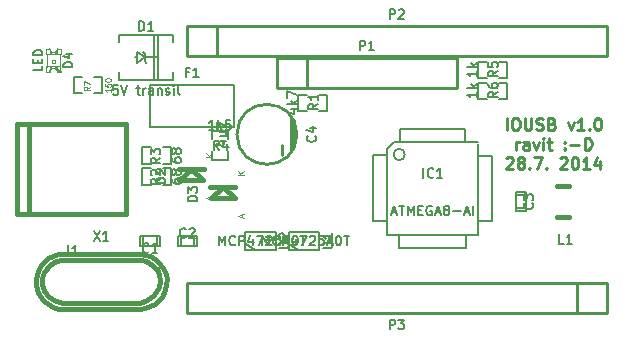
<source format=gto>
%FSLAX34Y34*%
G04 Gerber Fmt 3.4, Leading zero omitted, Abs format*
G04 (created by PCBNEW (2014-03-19 BZR 4756)-product) date Čt 31. červenec 2014, 15:28:38 CEST*
%MOIN*%
G01*
G70*
G90*
G04 APERTURE LIST*
%ADD10C,0.005906*%
%ADD11C,0.009843*%
%ADD12C,0.015000*%
%ADD13C,0.005000*%
%ADD14C,0.010000*%
%ADD15C,0.006000*%
%ADD16C,0.002600*%
%ADD17C,0.004000*%
%ADD18C,0.002000*%
%ADD19C,0.003900*%
%ADD20C,0.004500*%
G04 APERTURE END LIST*
G54D10*
G54D11*
X63027Y-35589D02*
X63027Y-35195D01*
X63289Y-35195D02*
X63364Y-35195D01*
X63402Y-35214D01*
X63439Y-35252D01*
X63458Y-35327D01*
X63458Y-35458D01*
X63439Y-35533D01*
X63402Y-35570D01*
X63364Y-35589D01*
X63289Y-35589D01*
X63252Y-35570D01*
X63214Y-35533D01*
X63196Y-35458D01*
X63196Y-35327D01*
X63214Y-35252D01*
X63252Y-35214D01*
X63289Y-35195D01*
X63627Y-35195D02*
X63627Y-35514D01*
X63646Y-35552D01*
X63664Y-35570D01*
X63702Y-35589D01*
X63777Y-35589D01*
X63814Y-35570D01*
X63833Y-35552D01*
X63852Y-35514D01*
X63852Y-35195D01*
X64021Y-35570D02*
X64077Y-35589D01*
X64171Y-35589D01*
X64208Y-35570D01*
X64227Y-35552D01*
X64246Y-35514D01*
X64246Y-35477D01*
X64227Y-35439D01*
X64208Y-35420D01*
X64171Y-35402D01*
X64096Y-35383D01*
X64058Y-35364D01*
X64039Y-35345D01*
X64021Y-35308D01*
X64021Y-35270D01*
X64039Y-35233D01*
X64058Y-35214D01*
X64096Y-35195D01*
X64189Y-35195D01*
X64246Y-35214D01*
X64546Y-35383D02*
X64602Y-35402D01*
X64621Y-35420D01*
X64639Y-35458D01*
X64639Y-35514D01*
X64621Y-35552D01*
X64602Y-35570D01*
X64564Y-35589D01*
X64414Y-35589D01*
X64414Y-35195D01*
X64546Y-35195D01*
X64583Y-35214D01*
X64602Y-35233D01*
X64621Y-35270D01*
X64621Y-35308D01*
X64602Y-35345D01*
X64583Y-35364D01*
X64546Y-35383D01*
X64414Y-35383D01*
X65070Y-35327D02*
X65164Y-35589D01*
X65258Y-35327D01*
X65614Y-35589D02*
X65389Y-35589D01*
X65502Y-35589D02*
X65502Y-35195D01*
X65464Y-35252D01*
X65427Y-35289D01*
X65389Y-35308D01*
X65783Y-35552D02*
X65802Y-35570D01*
X65783Y-35589D01*
X65764Y-35570D01*
X65783Y-35552D01*
X65783Y-35589D01*
X66045Y-35195D02*
X66083Y-35195D01*
X66120Y-35214D01*
X66139Y-35233D01*
X66158Y-35270D01*
X66177Y-35345D01*
X66177Y-35439D01*
X66158Y-35514D01*
X66139Y-35552D01*
X66120Y-35570D01*
X66083Y-35589D01*
X66045Y-35589D01*
X66008Y-35570D01*
X65989Y-35552D01*
X65970Y-35514D01*
X65952Y-35439D01*
X65952Y-35345D01*
X65970Y-35270D01*
X65989Y-35233D01*
X66008Y-35214D01*
X66045Y-35195D01*
X63346Y-36239D02*
X63346Y-35976D01*
X63346Y-36051D02*
X63364Y-36014D01*
X63383Y-35995D01*
X63421Y-35976D01*
X63458Y-35976D01*
X63758Y-36239D02*
X63758Y-36032D01*
X63739Y-35995D01*
X63702Y-35976D01*
X63627Y-35976D01*
X63589Y-35995D01*
X63758Y-36220D02*
X63721Y-36239D01*
X63627Y-36239D01*
X63589Y-36220D01*
X63571Y-36182D01*
X63571Y-36145D01*
X63589Y-36107D01*
X63627Y-36089D01*
X63721Y-36089D01*
X63758Y-36070D01*
X63908Y-35976D02*
X64002Y-36239D01*
X64096Y-35976D01*
X64246Y-36239D02*
X64246Y-35976D01*
X64246Y-35845D02*
X64227Y-35864D01*
X64246Y-35882D01*
X64264Y-35864D01*
X64246Y-35845D01*
X64246Y-35882D01*
X64377Y-35976D02*
X64527Y-35976D01*
X64433Y-35845D02*
X64433Y-36182D01*
X64452Y-36220D01*
X64489Y-36239D01*
X64527Y-36239D01*
X64958Y-36201D02*
X64977Y-36220D01*
X64958Y-36239D01*
X64939Y-36220D01*
X64958Y-36201D01*
X64958Y-36239D01*
X64958Y-35995D02*
X64977Y-36014D01*
X64958Y-36032D01*
X64939Y-36014D01*
X64958Y-35995D01*
X64958Y-36032D01*
X65145Y-36089D02*
X65445Y-36089D01*
X65633Y-36239D02*
X65633Y-35845D01*
X65727Y-35845D01*
X65783Y-35864D01*
X65820Y-35901D01*
X65839Y-35939D01*
X65858Y-36014D01*
X65858Y-36070D01*
X65839Y-36145D01*
X65820Y-36182D01*
X65783Y-36220D01*
X65727Y-36239D01*
X65633Y-36239D01*
X63018Y-36532D02*
X63036Y-36513D01*
X63074Y-36495D01*
X63168Y-36495D01*
X63205Y-36513D01*
X63224Y-36532D01*
X63243Y-36570D01*
X63243Y-36607D01*
X63224Y-36663D01*
X62999Y-36888D01*
X63243Y-36888D01*
X63468Y-36663D02*
X63430Y-36645D01*
X63411Y-36626D01*
X63393Y-36588D01*
X63393Y-36570D01*
X63411Y-36532D01*
X63430Y-36513D01*
X63468Y-36495D01*
X63543Y-36495D01*
X63580Y-36513D01*
X63599Y-36532D01*
X63618Y-36570D01*
X63618Y-36588D01*
X63599Y-36626D01*
X63580Y-36645D01*
X63543Y-36663D01*
X63468Y-36663D01*
X63430Y-36682D01*
X63411Y-36701D01*
X63393Y-36738D01*
X63393Y-36813D01*
X63411Y-36851D01*
X63430Y-36869D01*
X63468Y-36888D01*
X63543Y-36888D01*
X63580Y-36869D01*
X63599Y-36851D01*
X63618Y-36813D01*
X63618Y-36738D01*
X63599Y-36701D01*
X63580Y-36682D01*
X63543Y-36663D01*
X63786Y-36851D02*
X63805Y-36869D01*
X63786Y-36888D01*
X63768Y-36869D01*
X63786Y-36851D01*
X63786Y-36888D01*
X63936Y-36495D02*
X64199Y-36495D01*
X64030Y-36888D01*
X64349Y-36851D02*
X64367Y-36869D01*
X64349Y-36888D01*
X64330Y-36869D01*
X64349Y-36851D01*
X64349Y-36888D01*
X64817Y-36532D02*
X64836Y-36513D01*
X64874Y-36495D01*
X64967Y-36495D01*
X65005Y-36513D01*
X65024Y-36532D01*
X65042Y-36570D01*
X65042Y-36607D01*
X65024Y-36663D01*
X64799Y-36888D01*
X65042Y-36888D01*
X65286Y-36495D02*
X65324Y-36495D01*
X65361Y-36513D01*
X65380Y-36532D01*
X65399Y-36570D01*
X65417Y-36645D01*
X65417Y-36738D01*
X65399Y-36813D01*
X65380Y-36851D01*
X65361Y-36869D01*
X65324Y-36888D01*
X65286Y-36888D01*
X65249Y-36869D01*
X65230Y-36851D01*
X65211Y-36813D01*
X65192Y-36738D01*
X65192Y-36645D01*
X65211Y-36570D01*
X65230Y-36532D01*
X65249Y-36513D01*
X65286Y-36495D01*
X65792Y-36888D02*
X65567Y-36888D01*
X65680Y-36888D02*
X65680Y-36495D01*
X65642Y-36551D01*
X65605Y-36588D01*
X65567Y-36607D01*
X66130Y-36626D02*
X66130Y-36888D01*
X66036Y-36476D02*
X65942Y-36757D01*
X66186Y-36757D01*
G54D12*
X47105Y-35372D02*
X47105Y-38404D01*
X46711Y-35372D02*
X46711Y-38404D01*
X46711Y-38404D02*
X50333Y-38404D01*
X50333Y-38404D02*
X50333Y-35372D01*
X50333Y-35372D02*
X46711Y-35372D01*
G54D13*
X50919Y-39121D02*
X50919Y-39441D01*
X51359Y-39431D02*
X51359Y-39121D01*
X51459Y-39441D02*
X50819Y-39441D01*
X50819Y-39441D02*
X50819Y-39121D01*
X50819Y-39121D02*
X51459Y-39121D01*
X51459Y-39121D02*
X51459Y-39441D01*
X52609Y-39441D02*
X52609Y-39121D01*
X52169Y-39131D02*
X52169Y-39441D01*
X52069Y-39121D02*
X52709Y-39121D01*
X52709Y-39121D02*
X52709Y-39441D01*
X52709Y-39441D02*
X52069Y-39441D01*
X52069Y-39441D02*
X52069Y-39121D01*
X63354Y-38201D02*
X63674Y-38201D01*
X63664Y-37761D02*
X63354Y-37761D01*
X63674Y-37661D02*
X63674Y-38301D01*
X63674Y-38301D02*
X63354Y-38301D01*
X63354Y-38301D02*
X63354Y-37661D01*
X63354Y-37661D02*
X63674Y-37661D01*
G54D14*
X55539Y-36081D02*
X55539Y-36431D01*
X55939Y-36131D02*
X55939Y-35331D01*
X55939Y-35331D02*
X55889Y-35331D01*
X55889Y-35331D02*
X55889Y-36131D01*
X55839Y-35131D02*
X55839Y-36331D01*
X56039Y-35731D02*
G75*
G03X56039Y-35731I-1000J0D01*
G74*
G01*
G54D10*
X51145Y-34081D02*
X53945Y-34081D01*
X53945Y-34081D02*
X53945Y-35481D01*
X53945Y-35481D02*
X51145Y-35481D01*
X51145Y-35481D02*
X51145Y-34081D01*
G54D15*
X62544Y-38621D02*
X62094Y-38621D01*
X62544Y-36441D02*
X62104Y-36441D01*
X62544Y-38621D02*
X62544Y-36441D01*
X61664Y-39091D02*
X61664Y-39521D01*
X59454Y-39101D02*
X59454Y-39521D01*
X59444Y-39521D02*
X61664Y-39531D01*
X59464Y-35551D02*
X61634Y-35541D01*
X59034Y-36241D02*
X59034Y-39071D01*
X61644Y-35551D02*
X61644Y-35961D01*
X59284Y-36001D02*
X62064Y-36001D01*
X62084Y-39081D02*
X62084Y-36041D01*
X59034Y-39081D02*
X62034Y-39081D01*
X58584Y-36411D02*
X58584Y-38631D01*
X58584Y-38631D02*
X59034Y-38631D01*
X59038Y-36231D02*
X59268Y-36001D01*
X58586Y-36411D02*
X59038Y-36411D01*
X59464Y-36001D02*
X59464Y-35549D01*
X59635Y-36405D02*
G75*
G03X59635Y-36405I-188J0D01*
G74*
G01*
G54D12*
X64717Y-37469D02*
X65111Y-37469D01*
X64717Y-38493D02*
X65111Y-38493D01*
G54D13*
X56367Y-34406D02*
X56089Y-34406D01*
X56089Y-34406D02*
X56089Y-34956D01*
X56089Y-34956D02*
X56367Y-34956D01*
X57039Y-34406D02*
X56761Y-34406D01*
X57039Y-34406D02*
X57039Y-34956D01*
X57039Y-34956D02*
X56761Y-34956D01*
X51561Y-37406D02*
X51839Y-37406D01*
X51839Y-37406D02*
X51839Y-36856D01*
X51839Y-36856D02*
X51561Y-36856D01*
X50889Y-37406D02*
X51167Y-37406D01*
X50889Y-37406D02*
X50889Y-36856D01*
X50889Y-36856D02*
X51167Y-36856D01*
X51561Y-36706D02*
X51839Y-36706D01*
X51839Y-36706D02*
X51839Y-36156D01*
X51839Y-36156D02*
X51561Y-36156D01*
X50889Y-36706D02*
X51167Y-36706D01*
X50889Y-36706D02*
X50889Y-36156D01*
X50889Y-36156D02*
X51167Y-36156D01*
X53745Y-35903D02*
X53745Y-35625D01*
X53745Y-35625D02*
X53195Y-35625D01*
X53195Y-35625D02*
X53195Y-35903D01*
X53745Y-36575D02*
X53745Y-36297D01*
X53745Y-36575D02*
X53195Y-36575D01*
X53195Y-36575D02*
X53195Y-36297D01*
X62367Y-33306D02*
X62089Y-33306D01*
X62089Y-33306D02*
X62089Y-33856D01*
X62089Y-33856D02*
X62367Y-33856D01*
X63039Y-33306D02*
X62761Y-33306D01*
X63039Y-33306D02*
X63039Y-33856D01*
X63039Y-33856D02*
X62761Y-33856D01*
X62367Y-34006D02*
X62089Y-34006D01*
X62089Y-34006D02*
X62089Y-34556D01*
X62089Y-34556D02*
X62367Y-34556D01*
X63039Y-34006D02*
X62761Y-34006D01*
X63039Y-34006D02*
X63039Y-34556D01*
X63039Y-34556D02*
X62761Y-34556D01*
X56089Y-39581D02*
X55789Y-39381D01*
X56789Y-39581D02*
X55764Y-39581D01*
X55764Y-39581D02*
X55764Y-38981D01*
X55764Y-38981D02*
X56789Y-38981D01*
X56789Y-38981D02*
X56789Y-39581D01*
X54639Y-39581D02*
X54339Y-39381D01*
X55339Y-39581D02*
X54314Y-39581D01*
X54314Y-39581D02*
X54314Y-38981D01*
X54314Y-38981D02*
X55339Y-38981D01*
X55339Y-38981D02*
X55339Y-39581D01*
G54D12*
X51364Y-40237D02*
X51443Y-40395D01*
X51443Y-40395D02*
X51483Y-40631D01*
X51483Y-40631D02*
X51443Y-40828D01*
X51443Y-40828D02*
X51286Y-41103D01*
X51286Y-41103D02*
X51049Y-41261D01*
X51049Y-41261D02*
X50813Y-41340D01*
X50813Y-41340D02*
X48215Y-41340D01*
X48215Y-41340D02*
X47939Y-41261D01*
X47939Y-41261D02*
X47782Y-41143D01*
X47782Y-41143D02*
X47624Y-40946D01*
X47624Y-40946D02*
X47545Y-40710D01*
X47545Y-40710D02*
X47545Y-40513D01*
X47545Y-40513D02*
X47624Y-40316D01*
X47624Y-40316D02*
X47821Y-40080D01*
X47821Y-40080D02*
X48018Y-39962D01*
X48018Y-39962D02*
X48215Y-39922D01*
X48254Y-39922D02*
X50853Y-39922D01*
X50853Y-39922D02*
X51010Y-39962D01*
X51010Y-39962D02*
X51207Y-40080D01*
X51207Y-40080D02*
X51404Y-40277D01*
X48258Y-39714D02*
X48077Y-39733D01*
X48077Y-39733D02*
X47920Y-39777D01*
X47920Y-39777D02*
X47750Y-39863D01*
X47750Y-39863D02*
X47636Y-39954D01*
X47636Y-39954D02*
X47506Y-40092D01*
X47506Y-40092D02*
X47392Y-40304D01*
X47392Y-40304D02*
X47341Y-40540D01*
X47341Y-40540D02*
X47341Y-40741D01*
X47341Y-40741D02*
X47408Y-41017D01*
X47408Y-41017D02*
X47565Y-41249D01*
X47565Y-41249D02*
X47746Y-41395D01*
X47746Y-41395D02*
X47912Y-41477D01*
X47912Y-41477D02*
X48089Y-41540D01*
X48089Y-41540D02*
X48262Y-41552D01*
X51152Y-41466D02*
X51301Y-41379D01*
X51301Y-41379D02*
X51427Y-41269D01*
X51427Y-41269D02*
X51526Y-41139D01*
X51526Y-41139D02*
X51644Y-40922D01*
X51644Y-40922D02*
X51687Y-40737D01*
X51687Y-40737D02*
X51695Y-40556D01*
X51695Y-40556D02*
X51660Y-40375D01*
X51660Y-40375D02*
X51585Y-40198D01*
X51585Y-40198D02*
X51443Y-40013D01*
X51443Y-40013D02*
X51305Y-39887D01*
X51305Y-39887D02*
X51152Y-39796D01*
X51152Y-39796D02*
X50983Y-39741D01*
X50983Y-39741D02*
X50809Y-39714D01*
X48254Y-41548D02*
X50794Y-41548D01*
X50794Y-41548D02*
X50959Y-41533D01*
X50959Y-41533D02*
X51152Y-41466D01*
X48254Y-39714D02*
X50794Y-39714D01*
X52534Y-36875D02*
X52120Y-37269D01*
X52120Y-37269D02*
X52908Y-37269D01*
X52908Y-37269D02*
X52514Y-36875D01*
X52101Y-36875D02*
X52927Y-36875D01*
G54D13*
X50710Y-33167D02*
X50630Y-33167D01*
X50110Y-32417D02*
X51910Y-32417D01*
X51910Y-32417D02*
X51910Y-32667D01*
X51270Y-33917D02*
X51270Y-32417D01*
X51400Y-33917D02*
X51400Y-32417D01*
X50110Y-33667D02*
X50110Y-33917D01*
X50110Y-33917D02*
X51910Y-33917D01*
X51910Y-33917D02*
X51910Y-33667D01*
X50110Y-32667D02*
X50110Y-32417D01*
X50960Y-33167D02*
X50710Y-32980D01*
X50710Y-32980D02*
X50710Y-33167D01*
X50710Y-33167D02*
X50710Y-33354D01*
X50710Y-33354D02*
X50960Y-33167D01*
X50960Y-33167D02*
X50960Y-33042D01*
X50960Y-33042D02*
X50898Y-32980D01*
X50960Y-33167D02*
X50960Y-33292D01*
X50960Y-33292D02*
X51022Y-33354D01*
X50960Y-33167D02*
X51397Y-33167D01*
G54D12*
X53584Y-37475D02*
X53170Y-37869D01*
X53170Y-37869D02*
X53958Y-37869D01*
X53958Y-37869D02*
X53564Y-37475D01*
X53151Y-37475D02*
X53977Y-37475D01*
G54D14*
X56364Y-33181D02*
X61364Y-33181D01*
X61364Y-33181D02*
X61364Y-34181D01*
X61364Y-34181D02*
X56364Y-34181D01*
X55364Y-33181D02*
X56364Y-33181D01*
X56364Y-33181D02*
X56364Y-34181D01*
X55364Y-33181D02*
X55364Y-34181D01*
X55364Y-34181D02*
X56364Y-34181D01*
X53364Y-33131D02*
X66364Y-33131D01*
X66364Y-33131D02*
X66364Y-32131D01*
X66364Y-32131D02*
X53364Y-32131D01*
X52364Y-32131D02*
X53364Y-32131D01*
X53364Y-32131D02*
X53364Y-33131D01*
X52364Y-32131D02*
X52364Y-33131D01*
X52364Y-33131D02*
X53364Y-33131D01*
X65364Y-40681D02*
X52364Y-40681D01*
X52364Y-40681D02*
X52364Y-41681D01*
X52364Y-41681D02*
X65364Y-41681D01*
X66364Y-41681D02*
X65364Y-41681D01*
X65364Y-41681D02*
X65364Y-40681D01*
X66364Y-41681D02*
X66364Y-40681D01*
X66364Y-40681D02*
X65364Y-40681D01*
G54D16*
X47801Y-33461D02*
X47673Y-33461D01*
X47673Y-33461D02*
X47673Y-33658D01*
X47801Y-33658D02*
X47673Y-33658D01*
X47801Y-33461D02*
X47801Y-33658D01*
X48046Y-33461D02*
X47987Y-33461D01*
X47987Y-33461D02*
X47987Y-33560D01*
X48046Y-33560D02*
X47987Y-33560D01*
X48046Y-33461D02*
X48046Y-33560D01*
X47851Y-33461D02*
X47792Y-33461D01*
X47792Y-33461D02*
X47792Y-33560D01*
X47851Y-33560D02*
X47792Y-33560D01*
X47851Y-33461D02*
X47851Y-33560D01*
X47997Y-33461D02*
X47841Y-33461D01*
X47841Y-33461D02*
X47841Y-33530D01*
X47997Y-33530D02*
X47841Y-33530D01*
X47997Y-33461D02*
X47997Y-33530D01*
X47801Y-32872D02*
X47673Y-32872D01*
X47673Y-32872D02*
X47673Y-33069D01*
X47801Y-33069D02*
X47673Y-33069D01*
X47801Y-32872D02*
X47801Y-33069D01*
X48165Y-32872D02*
X48037Y-32872D01*
X48037Y-32872D02*
X48037Y-33069D01*
X48165Y-33069D02*
X48037Y-33069D01*
X48165Y-32872D02*
X48165Y-33069D01*
X47851Y-32970D02*
X47792Y-32970D01*
X47792Y-32970D02*
X47792Y-33069D01*
X47851Y-33069D02*
X47792Y-33069D01*
X47851Y-32970D02*
X47851Y-33069D01*
X48046Y-32970D02*
X47987Y-32970D01*
X47987Y-32970D02*
X47987Y-33069D01*
X48046Y-33069D02*
X47987Y-33069D01*
X48046Y-32970D02*
X48046Y-33069D01*
X47997Y-33000D02*
X47841Y-33000D01*
X47841Y-33000D02*
X47841Y-33069D01*
X47997Y-33069D02*
X47841Y-33069D01*
X47997Y-33000D02*
X47997Y-33069D01*
X47958Y-33265D02*
X47880Y-33265D01*
X47880Y-33265D02*
X47880Y-33343D01*
X47958Y-33343D02*
X47880Y-33343D01*
X47958Y-33265D02*
X47958Y-33343D01*
X48155Y-33461D02*
X48037Y-33461D01*
X48037Y-33461D02*
X48037Y-33579D01*
X48155Y-33579D02*
X48037Y-33579D01*
X48155Y-33461D02*
X48155Y-33579D01*
X48165Y-33629D02*
X48076Y-33629D01*
X48076Y-33629D02*
X48076Y-33658D01*
X48165Y-33658D02*
X48076Y-33658D01*
X48165Y-33629D02*
X48165Y-33658D01*
G54D17*
X47693Y-33471D02*
X47693Y-33059D01*
X48145Y-33069D02*
X48145Y-33629D01*
G54D18*
X48124Y-33599D02*
G75*
G03X48124Y-33599I-28J0D01*
G74*
G01*
G54D17*
X48056Y-33658D02*
G75*
G03X47782Y-33658I-137J0D01*
G74*
G01*
X47782Y-32872D02*
G75*
G03X48056Y-32872I137J0D01*
G74*
G01*
G54D13*
X49278Y-34367D02*
X49556Y-34367D01*
X49556Y-34367D02*
X49556Y-33817D01*
X49556Y-33817D02*
X49278Y-33817D01*
X48606Y-34367D02*
X48884Y-34367D01*
X48606Y-34367D02*
X48606Y-33817D01*
X48606Y-33817D02*
X48884Y-33817D01*
G54D10*
X48417Y-39432D02*
X48417Y-39657D01*
X48402Y-39702D01*
X48372Y-39732D01*
X48327Y-39747D01*
X48297Y-39747D01*
X48732Y-39747D02*
X48552Y-39747D01*
X48642Y-39747D02*
X48642Y-39432D01*
X48612Y-39477D01*
X48582Y-39507D01*
X48552Y-39522D01*
X51087Y-39643D02*
X51072Y-39658D01*
X51027Y-39673D01*
X50997Y-39673D01*
X50952Y-39658D01*
X50922Y-39628D01*
X50907Y-39598D01*
X50892Y-39538D01*
X50892Y-39494D01*
X50907Y-39434D01*
X50922Y-39404D01*
X50952Y-39374D01*
X50997Y-39359D01*
X51027Y-39359D01*
X51072Y-39374D01*
X51087Y-39389D01*
X51387Y-39673D02*
X51207Y-39673D01*
X51297Y-39673D02*
X51297Y-39359D01*
X51267Y-39404D01*
X51237Y-39434D01*
X51207Y-39449D01*
X52337Y-39143D02*
X52322Y-39158D01*
X52277Y-39173D01*
X52247Y-39173D01*
X52202Y-39158D01*
X52172Y-39128D01*
X52157Y-39098D01*
X52142Y-39038D01*
X52142Y-38994D01*
X52157Y-38934D01*
X52172Y-38904D01*
X52202Y-38874D01*
X52247Y-38859D01*
X52277Y-38859D01*
X52322Y-38874D01*
X52337Y-38889D01*
X52457Y-38889D02*
X52472Y-38874D01*
X52502Y-38859D01*
X52577Y-38859D01*
X52607Y-38874D01*
X52622Y-38889D01*
X52637Y-38919D01*
X52637Y-38949D01*
X52622Y-38994D01*
X52442Y-39173D01*
X52637Y-39173D01*
X63877Y-38033D02*
X63892Y-38048D01*
X63907Y-38093D01*
X63907Y-38123D01*
X63892Y-38168D01*
X63862Y-38198D01*
X63832Y-38213D01*
X63772Y-38228D01*
X63727Y-38228D01*
X63667Y-38213D01*
X63637Y-38198D01*
X63607Y-38168D01*
X63592Y-38123D01*
X63592Y-38093D01*
X63607Y-38048D01*
X63622Y-38033D01*
X63592Y-37929D02*
X63592Y-37734D01*
X63712Y-37839D01*
X63712Y-37794D01*
X63727Y-37764D01*
X63742Y-37749D01*
X63772Y-37734D01*
X63847Y-37734D01*
X63877Y-37749D01*
X63892Y-37764D01*
X63907Y-37794D01*
X63907Y-37884D01*
X63892Y-37914D01*
X63877Y-37929D01*
X56652Y-35783D02*
X56667Y-35798D01*
X56682Y-35843D01*
X56682Y-35873D01*
X56667Y-35918D01*
X56637Y-35948D01*
X56607Y-35963D01*
X56547Y-35978D01*
X56502Y-35978D01*
X56442Y-35963D01*
X56412Y-35948D01*
X56382Y-35918D01*
X56367Y-35873D01*
X56367Y-35843D01*
X56382Y-35798D01*
X56397Y-35783D01*
X56472Y-35514D02*
X56682Y-35514D01*
X56352Y-35589D02*
X56577Y-35664D01*
X56577Y-35469D01*
X53472Y-35963D02*
X53682Y-35963D01*
X53352Y-36038D02*
X53577Y-36113D01*
X53577Y-35918D01*
X53472Y-35664D02*
X53682Y-35664D01*
X53472Y-35798D02*
X53637Y-35798D01*
X53667Y-35783D01*
X53682Y-35753D01*
X53682Y-35708D01*
X53667Y-35679D01*
X53652Y-35664D01*
X53367Y-35544D02*
X53367Y-35334D01*
X53682Y-35469D01*
X52440Y-33658D02*
X52335Y-33658D01*
X52335Y-33823D02*
X52335Y-33509D01*
X52485Y-33509D01*
X52770Y-33823D02*
X52590Y-33823D01*
X52680Y-33823D02*
X52680Y-33509D01*
X52650Y-33554D01*
X52620Y-33584D01*
X52590Y-33599D01*
X60257Y-37173D02*
X60257Y-36859D01*
X60587Y-37143D02*
X60572Y-37158D01*
X60527Y-37173D01*
X60497Y-37173D01*
X60452Y-37158D01*
X60422Y-37128D01*
X60407Y-37098D01*
X60392Y-37038D01*
X60392Y-36994D01*
X60407Y-36934D01*
X60422Y-36904D01*
X60452Y-36874D01*
X60497Y-36859D01*
X60527Y-36859D01*
X60572Y-36874D01*
X60587Y-36889D01*
X60887Y-37173D02*
X60707Y-37173D01*
X60797Y-37173D02*
X60797Y-36859D01*
X60767Y-36904D01*
X60737Y-36934D01*
X60707Y-36949D01*
X59200Y-38333D02*
X59350Y-38333D01*
X59170Y-38423D02*
X59275Y-38109D01*
X59380Y-38423D01*
X59440Y-38109D02*
X59620Y-38109D01*
X59530Y-38423D02*
X59530Y-38109D01*
X59725Y-38423D02*
X59725Y-38109D01*
X59830Y-38333D01*
X59935Y-38109D01*
X59935Y-38423D01*
X60085Y-38258D02*
X60190Y-38258D01*
X60235Y-38423D02*
X60085Y-38423D01*
X60085Y-38109D01*
X60235Y-38109D01*
X60534Y-38124D02*
X60504Y-38109D01*
X60459Y-38109D01*
X60414Y-38124D01*
X60384Y-38154D01*
X60369Y-38184D01*
X60354Y-38244D01*
X60354Y-38288D01*
X60369Y-38348D01*
X60384Y-38378D01*
X60414Y-38408D01*
X60459Y-38423D01*
X60489Y-38423D01*
X60534Y-38408D01*
X60549Y-38393D01*
X60549Y-38288D01*
X60489Y-38288D01*
X60669Y-38333D02*
X60819Y-38333D01*
X60639Y-38423D02*
X60744Y-38109D01*
X60849Y-38423D01*
X60999Y-38244D02*
X60969Y-38229D01*
X60954Y-38214D01*
X60939Y-38184D01*
X60939Y-38169D01*
X60954Y-38139D01*
X60969Y-38124D01*
X60999Y-38109D01*
X61059Y-38109D01*
X61089Y-38124D01*
X61104Y-38139D01*
X61119Y-38169D01*
X61119Y-38184D01*
X61104Y-38214D01*
X61089Y-38229D01*
X61059Y-38244D01*
X60999Y-38244D01*
X60969Y-38258D01*
X60954Y-38273D01*
X60939Y-38303D01*
X60939Y-38363D01*
X60954Y-38393D01*
X60969Y-38408D01*
X60999Y-38423D01*
X61059Y-38423D01*
X61089Y-38408D01*
X61104Y-38393D01*
X61119Y-38363D01*
X61119Y-38303D01*
X61104Y-38273D01*
X61089Y-38258D01*
X61059Y-38244D01*
X61254Y-38303D02*
X61494Y-38303D01*
X61629Y-38333D02*
X61779Y-38333D01*
X61599Y-38423D02*
X61704Y-38109D01*
X61809Y-38423D01*
X61914Y-38423D02*
X61914Y-38109D01*
X64941Y-39383D02*
X64791Y-39383D01*
X64791Y-39069D01*
X65211Y-39383D02*
X65031Y-39383D01*
X65121Y-39383D02*
X65121Y-39069D01*
X65091Y-39114D01*
X65061Y-39144D01*
X65031Y-39159D01*
X56732Y-34708D02*
X56582Y-34813D01*
X56732Y-34888D02*
X56417Y-34888D01*
X56417Y-34768D01*
X56432Y-34738D01*
X56447Y-34723D01*
X56477Y-34708D01*
X56522Y-34708D01*
X56552Y-34723D01*
X56567Y-34738D01*
X56582Y-34768D01*
X56582Y-34888D01*
X56732Y-34409D02*
X56732Y-34589D01*
X56732Y-34499D02*
X56417Y-34499D01*
X56462Y-34529D01*
X56492Y-34559D01*
X56507Y-34589D01*
X55828Y-34898D02*
X56038Y-34898D01*
X55708Y-34973D02*
X55933Y-35048D01*
X55933Y-34853D01*
X56038Y-34733D02*
X55723Y-34733D01*
X55918Y-34703D02*
X56038Y-34614D01*
X55828Y-34614D02*
X55948Y-34733D01*
X55723Y-34509D02*
X55723Y-34299D01*
X56038Y-34434D01*
X51482Y-37208D02*
X51332Y-37313D01*
X51482Y-37388D02*
X51167Y-37388D01*
X51167Y-37268D01*
X51182Y-37238D01*
X51197Y-37223D01*
X51227Y-37208D01*
X51272Y-37208D01*
X51302Y-37223D01*
X51317Y-37238D01*
X51332Y-37268D01*
X51332Y-37388D01*
X51197Y-37089D02*
X51182Y-37074D01*
X51167Y-37044D01*
X51167Y-36969D01*
X51182Y-36939D01*
X51197Y-36924D01*
X51227Y-36909D01*
X51257Y-36909D01*
X51302Y-36924D01*
X51482Y-37104D01*
X51482Y-36909D01*
X51861Y-37221D02*
X51861Y-37281D01*
X51876Y-37311D01*
X51891Y-37326D01*
X51936Y-37356D01*
X51996Y-37371D01*
X52116Y-37371D01*
X52146Y-37356D01*
X52161Y-37341D01*
X52176Y-37311D01*
X52176Y-37251D01*
X52161Y-37221D01*
X52146Y-37206D01*
X52116Y-37191D01*
X52041Y-37191D01*
X52011Y-37206D01*
X51996Y-37221D01*
X51981Y-37251D01*
X51981Y-37311D01*
X51996Y-37341D01*
X52011Y-37356D01*
X52041Y-37371D01*
X51996Y-37011D02*
X51981Y-37041D01*
X51966Y-37056D01*
X51936Y-37071D01*
X51921Y-37071D01*
X51891Y-37056D01*
X51876Y-37041D01*
X51861Y-37011D01*
X51861Y-36951D01*
X51876Y-36921D01*
X51891Y-36906D01*
X51921Y-36891D01*
X51936Y-36891D01*
X51966Y-36906D01*
X51981Y-36921D01*
X51996Y-36951D01*
X51996Y-37011D01*
X52011Y-37041D01*
X52026Y-37056D01*
X52056Y-37071D01*
X52116Y-37071D01*
X52146Y-37056D01*
X52161Y-37041D01*
X52176Y-37011D01*
X52176Y-36951D01*
X52161Y-36921D01*
X52146Y-36906D01*
X52116Y-36891D01*
X52056Y-36891D01*
X52026Y-36906D01*
X52011Y-36921D01*
X51996Y-36951D01*
X51482Y-36508D02*
X51332Y-36613D01*
X51482Y-36688D02*
X51167Y-36688D01*
X51167Y-36568D01*
X51182Y-36538D01*
X51197Y-36523D01*
X51227Y-36508D01*
X51272Y-36508D01*
X51302Y-36523D01*
X51317Y-36538D01*
X51332Y-36568D01*
X51332Y-36688D01*
X51167Y-36404D02*
X51167Y-36209D01*
X51287Y-36314D01*
X51287Y-36269D01*
X51302Y-36239D01*
X51317Y-36224D01*
X51347Y-36209D01*
X51422Y-36209D01*
X51452Y-36224D01*
X51467Y-36239D01*
X51482Y-36269D01*
X51482Y-36359D01*
X51467Y-36389D01*
X51452Y-36404D01*
X51861Y-36521D02*
X51861Y-36581D01*
X51876Y-36611D01*
X51891Y-36626D01*
X51936Y-36656D01*
X51996Y-36671D01*
X52116Y-36671D01*
X52146Y-36656D01*
X52161Y-36641D01*
X52176Y-36611D01*
X52176Y-36551D01*
X52161Y-36521D01*
X52146Y-36506D01*
X52116Y-36491D01*
X52041Y-36491D01*
X52011Y-36506D01*
X51996Y-36521D01*
X51981Y-36551D01*
X51981Y-36611D01*
X51996Y-36641D01*
X52011Y-36656D01*
X52041Y-36671D01*
X51996Y-36311D02*
X51981Y-36341D01*
X51966Y-36356D01*
X51936Y-36371D01*
X51921Y-36371D01*
X51891Y-36356D01*
X51876Y-36341D01*
X51861Y-36311D01*
X51861Y-36251D01*
X51876Y-36221D01*
X51891Y-36206D01*
X51921Y-36191D01*
X51936Y-36191D01*
X51966Y-36206D01*
X51981Y-36221D01*
X51996Y-36251D01*
X51996Y-36311D01*
X52011Y-36341D01*
X52026Y-36356D01*
X52056Y-36371D01*
X52116Y-36371D01*
X52146Y-36356D01*
X52161Y-36341D01*
X52176Y-36311D01*
X52176Y-36251D01*
X52161Y-36221D01*
X52146Y-36206D01*
X52116Y-36191D01*
X52056Y-36191D01*
X52026Y-36206D01*
X52011Y-36221D01*
X51996Y-36251D01*
X53443Y-36267D02*
X53338Y-36117D01*
X53263Y-36267D02*
X53263Y-35952D01*
X53383Y-35952D01*
X53413Y-35967D01*
X53428Y-35982D01*
X53443Y-36012D01*
X53443Y-36057D01*
X53428Y-36087D01*
X53413Y-36102D01*
X53383Y-36117D01*
X53263Y-36117D01*
X53713Y-36057D02*
X53713Y-36267D01*
X53638Y-35937D02*
X53563Y-36162D01*
X53758Y-36162D01*
X53283Y-35573D02*
X53103Y-35573D01*
X53193Y-35573D02*
X53193Y-35258D01*
X53163Y-35303D01*
X53133Y-35333D01*
X53103Y-35348D01*
X53418Y-35573D02*
X53418Y-35258D01*
X53448Y-35453D02*
X53538Y-35573D01*
X53538Y-35363D02*
X53418Y-35483D01*
X53823Y-35258D02*
X53673Y-35258D01*
X53658Y-35408D01*
X53673Y-35393D01*
X53703Y-35378D01*
X53778Y-35378D01*
X53808Y-35393D01*
X53823Y-35408D01*
X53838Y-35438D01*
X53838Y-35513D01*
X53823Y-35543D01*
X53808Y-35558D01*
X53778Y-35573D01*
X53703Y-35573D01*
X53673Y-35558D01*
X53658Y-35543D01*
X62732Y-33608D02*
X62582Y-33713D01*
X62732Y-33788D02*
X62417Y-33788D01*
X62417Y-33668D01*
X62432Y-33638D01*
X62447Y-33623D01*
X62477Y-33608D01*
X62522Y-33608D01*
X62552Y-33623D01*
X62567Y-33638D01*
X62582Y-33668D01*
X62582Y-33788D01*
X62417Y-33324D02*
X62417Y-33474D01*
X62567Y-33489D01*
X62552Y-33474D01*
X62537Y-33444D01*
X62537Y-33369D01*
X62552Y-33339D01*
X62567Y-33324D01*
X62597Y-33309D01*
X62672Y-33309D01*
X62702Y-33324D01*
X62717Y-33339D01*
X62732Y-33369D01*
X62732Y-33444D01*
X62717Y-33474D01*
X62702Y-33489D01*
X62038Y-33618D02*
X62038Y-33798D01*
X62038Y-33708D02*
X61723Y-33708D01*
X61768Y-33738D01*
X61798Y-33768D01*
X61813Y-33798D01*
X62038Y-33484D02*
X61723Y-33484D01*
X61918Y-33454D02*
X62038Y-33364D01*
X61828Y-33364D02*
X61948Y-33484D01*
X62732Y-34308D02*
X62582Y-34413D01*
X62732Y-34488D02*
X62417Y-34488D01*
X62417Y-34368D01*
X62432Y-34338D01*
X62447Y-34323D01*
X62477Y-34308D01*
X62522Y-34308D01*
X62552Y-34323D01*
X62567Y-34338D01*
X62582Y-34368D01*
X62582Y-34488D01*
X62417Y-34039D02*
X62417Y-34099D01*
X62432Y-34129D01*
X62447Y-34144D01*
X62492Y-34174D01*
X62552Y-34189D01*
X62672Y-34189D01*
X62702Y-34174D01*
X62717Y-34159D01*
X62732Y-34129D01*
X62732Y-34069D01*
X62717Y-34039D01*
X62702Y-34024D01*
X62672Y-34009D01*
X62597Y-34009D01*
X62567Y-34024D01*
X62552Y-34039D01*
X62537Y-34069D01*
X62537Y-34129D01*
X62552Y-34159D01*
X62567Y-34174D01*
X62597Y-34189D01*
X62038Y-34318D02*
X62038Y-34498D01*
X62038Y-34408D02*
X61723Y-34408D01*
X61768Y-34438D01*
X61798Y-34468D01*
X61813Y-34498D01*
X62038Y-34184D02*
X61723Y-34184D01*
X61918Y-34154D02*
X62038Y-34064D01*
X61828Y-34064D02*
X61948Y-34184D01*
X56904Y-39521D02*
X57159Y-39521D01*
X57189Y-39506D01*
X57204Y-39491D01*
X57219Y-39461D01*
X57219Y-39401D01*
X57204Y-39371D01*
X57189Y-39356D01*
X57159Y-39341D01*
X56904Y-39341D01*
X57219Y-39026D02*
X57219Y-39206D01*
X57219Y-39116D02*
X56904Y-39116D01*
X56949Y-39146D01*
X56979Y-39176D01*
X56994Y-39206D01*
X54890Y-39423D02*
X54890Y-39109D01*
X54995Y-39333D01*
X55100Y-39109D01*
X55100Y-39423D01*
X55430Y-39393D02*
X55415Y-39408D01*
X55370Y-39423D01*
X55340Y-39423D01*
X55295Y-39408D01*
X55265Y-39378D01*
X55250Y-39348D01*
X55235Y-39288D01*
X55235Y-39244D01*
X55250Y-39184D01*
X55265Y-39154D01*
X55295Y-39124D01*
X55340Y-39109D01*
X55370Y-39109D01*
X55415Y-39124D01*
X55430Y-39139D01*
X55565Y-39423D02*
X55565Y-39109D01*
X55685Y-39109D01*
X55715Y-39124D01*
X55730Y-39139D01*
X55745Y-39169D01*
X55745Y-39214D01*
X55730Y-39244D01*
X55715Y-39258D01*
X55685Y-39273D01*
X55565Y-39273D01*
X56014Y-39214D02*
X56014Y-39423D01*
X55940Y-39094D02*
X55865Y-39318D01*
X56059Y-39318D01*
X56149Y-39109D02*
X56359Y-39109D01*
X56224Y-39423D01*
X56464Y-39139D02*
X56479Y-39124D01*
X56509Y-39109D01*
X56584Y-39109D01*
X56614Y-39124D01*
X56629Y-39139D01*
X56644Y-39169D01*
X56644Y-39199D01*
X56629Y-39244D01*
X56449Y-39423D01*
X56644Y-39423D01*
X56929Y-39109D02*
X56779Y-39109D01*
X56764Y-39258D01*
X56779Y-39244D01*
X56809Y-39229D01*
X56884Y-39229D01*
X56914Y-39244D01*
X56929Y-39258D01*
X56944Y-39288D01*
X56944Y-39363D01*
X56929Y-39393D01*
X56914Y-39408D01*
X56884Y-39423D01*
X56809Y-39423D01*
X56779Y-39408D01*
X56764Y-39393D01*
X57064Y-39333D02*
X57214Y-39333D01*
X57034Y-39423D02*
X57139Y-39109D01*
X57244Y-39423D01*
X57409Y-39109D02*
X57439Y-39109D01*
X57469Y-39124D01*
X57484Y-39139D01*
X57499Y-39169D01*
X57514Y-39229D01*
X57514Y-39303D01*
X57499Y-39363D01*
X57484Y-39393D01*
X57469Y-39408D01*
X57439Y-39423D01*
X57409Y-39423D01*
X57379Y-39408D01*
X57364Y-39393D01*
X57349Y-39363D01*
X57334Y-39303D01*
X57334Y-39229D01*
X57349Y-39169D01*
X57364Y-39139D01*
X57379Y-39124D01*
X57409Y-39109D01*
X57604Y-39109D02*
X57784Y-39109D01*
X57694Y-39423D02*
X57694Y-39109D01*
X55454Y-39521D02*
X55709Y-39521D01*
X55739Y-39506D01*
X55754Y-39491D01*
X55769Y-39461D01*
X55769Y-39401D01*
X55754Y-39371D01*
X55739Y-39356D01*
X55709Y-39341D01*
X55454Y-39341D01*
X55484Y-39206D02*
X55469Y-39191D01*
X55454Y-39161D01*
X55454Y-39086D01*
X55469Y-39056D01*
X55484Y-39041D01*
X55514Y-39026D01*
X55544Y-39026D01*
X55589Y-39041D01*
X55769Y-39221D01*
X55769Y-39026D01*
X53440Y-39423D02*
X53440Y-39109D01*
X53545Y-39333D01*
X53650Y-39109D01*
X53650Y-39423D01*
X53980Y-39393D02*
X53965Y-39408D01*
X53920Y-39423D01*
X53890Y-39423D01*
X53845Y-39408D01*
X53815Y-39378D01*
X53800Y-39348D01*
X53785Y-39288D01*
X53785Y-39244D01*
X53800Y-39184D01*
X53815Y-39154D01*
X53845Y-39124D01*
X53890Y-39109D01*
X53920Y-39109D01*
X53965Y-39124D01*
X53980Y-39139D01*
X54115Y-39423D02*
X54115Y-39109D01*
X54235Y-39109D01*
X54265Y-39124D01*
X54280Y-39139D01*
X54295Y-39169D01*
X54295Y-39214D01*
X54280Y-39244D01*
X54265Y-39258D01*
X54235Y-39273D01*
X54115Y-39273D01*
X54564Y-39214D02*
X54564Y-39423D01*
X54490Y-39094D02*
X54415Y-39318D01*
X54609Y-39318D01*
X54699Y-39109D02*
X54909Y-39109D01*
X54774Y-39423D01*
X55014Y-39139D02*
X55029Y-39124D01*
X55059Y-39109D01*
X55134Y-39109D01*
X55164Y-39124D01*
X55179Y-39139D01*
X55194Y-39169D01*
X55194Y-39199D01*
X55179Y-39244D01*
X54999Y-39423D01*
X55194Y-39423D01*
X55479Y-39109D02*
X55329Y-39109D01*
X55314Y-39258D01*
X55329Y-39244D01*
X55359Y-39229D01*
X55434Y-39229D01*
X55464Y-39244D01*
X55479Y-39258D01*
X55494Y-39288D01*
X55494Y-39363D01*
X55479Y-39393D01*
X55464Y-39408D01*
X55434Y-39423D01*
X55359Y-39423D01*
X55329Y-39408D01*
X55314Y-39393D01*
X55614Y-39333D02*
X55764Y-39333D01*
X55584Y-39423D02*
X55689Y-39109D01*
X55794Y-39423D01*
X55959Y-39109D02*
X55989Y-39109D01*
X56019Y-39124D01*
X56034Y-39139D01*
X56049Y-39169D01*
X56064Y-39229D01*
X56064Y-39303D01*
X56049Y-39363D01*
X56034Y-39393D01*
X56019Y-39408D01*
X55989Y-39423D01*
X55959Y-39423D01*
X55929Y-39408D01*
X55914Y-39393D01*
X55899Y-39363D01*
X55884Y-39303D01*
X55884Y-39229D01*
X55899Y-39169D01*
X55914Y-39139D01*
X55929Y-39124D01*
X55959Y-39109D01*
X56154Y-39109D02*
X56334Y-39109D01*
X56244Y-39423D02*
X56244Y-39109D01*
X49259Y-38959D02*
X49469Y-39273D01*
X49469Y-38959D02*
X49259Y-39273D01*
X49754Y-39273D02*
X49574Y-39273D01*
X49664Y-39273D02*
X49664Y-38959D01*
X49634Y-39004D01*
X49604Y-39034D01*
X49574Y-39049D01*
X51657Y-37363D02*
X51342Y-37363D01*
X51342Y-37288D01*
X51357Y-37243D01*
X51387Y-37213D01*
X51417Y-37198D01*
X51477Y-37183D01*
X51522Y-37183D01*
X51582Y-37198D01*
X51612Y-37213D01*
X51642Y-37243D01*
X51657Y-37288D01*
X51657Y-37363D01*
X51372Y-37064D02*
X51357Y-37049D01*
X51342Y-37019D01*
X51342Y-36944D01*
X51357Y-36914D01*
X51372Y-36899D01*
X51402Y-36884D01*
X51432Y-36884D01*
X51477Y-36899D01*
X51657Y-37079D01*
X51657Y-36884D01*
G54D19*
X53157Y-37887D02*
X53157Y-37793D01*
X53214Y-37906D02*
X53017Y-37840D01*
X53214Y-37774D01*
X53214Y-36474D02*
X53017Y-36474D01*
X53214Y-36361D02*
X53101Y-36445D01*
X53017Y-36361D02*
X53129Y-36474D01*
G54D10*
X50777Y-32285D02*
X50777Y-31970D01*
X50852Y-31970D01*
X50897Y-31985D01*
X50927Y-32015D01*
X50942Y-32045D01*
X50957Y-32105D01*
X50957Y-32150D01*
X50942Y-32210D01*
X50927Y-32240D01*
X50897Y-32270D01*
X50852Y-32285D01*
X50777Y-32285D01*
X51257Y-32285D02*
X51077Y-32285D01*
X51167Y-32285D02*
X51167Y-31970D01*
X51137Y-32015D01*
X51107Y-32045D01*
X51077Y-32060D01*
X50072Y-34096D02*
X49922Y-34096D01*
X49907Y-34246D01*
X49922Y-34231D01*
X49952Y-34216D01*
X50027Y-34216D01*
X50057Y-34231D01*
X50072Y-34246D01*
X50087Y-34276D01*
X50087Y-34351D01*
X50072Y-34381D01*
X50057Y-34396D01*
X50027Y-34411D01*
X49952Y-34411D01*
X49922Y-34396D01*
X49907Y-34381D01*
X50177Y-34096D02*
X50282Y-34411D01*
X50387Y-34096D01*
X50687Y-34201D02*
X50807Y-34201D01*
X50732Y-34096D02*
X50732Y-34366D01*
X50747Y-34396D01*
X50777Y-34411D01*
X50807Y-34411D01*
X50912Y-34411D02*
X50912Y-34201D01*
X50912Y-34261D02*
X50927Y-34231D01*
X50942Y-34216D01*
X50972Y-34201D01*
X51002Y-34201D01*
X51242Y-34411D02*
X51242Y-34246D01*
X51227Y-34216D01*
X51197Y-34201D01*
X51137Y-34201D01*
X51107Y-34216D01*
X51242Y-34396D02*
X51212Y-34411D01*
X51137Y-34411D01*
X51107Y-34396D01*
X51092Y-34366D01*
X51092Y-34336D01*
X51107Y-34306D01*
X51137Y-34291D01*
X51212Y-34291D01*
X51242Y-34276D01*
X51392Y-34201D02*
X51392Y-34411D01*
X51392Y-34231D02*
X51407Y-34216D01*
X51437Y-34201D01*
X51482Y-34201D01*
X51512Y-34216D01*
X51527Y-34246D01*
X51527Y-34411D01*
X51662Y-34396D02*
X51692Y-34411D01*
X51752Y-34411D01*
X51782Y-34396D01*
X51797Y-34366D01*
X51797Y-34351D01*
X51782Y-34321D01*
X51752Y-34306D01*
X51707Y-34306D01*
X51677Y-34291D01*
X51662Y-34261D01*
X51662Y-34246D01*
X51677Y-34216D01*
X51707Y-34201D01*
X51752Y-34201D01*
X51782Y-34216D01*
X51932Y-34411D02*
X51932Y-34201D01*
X51932Y-34096D02*
X51917Y-34111D01*
X51932Y-34126D01*
X51947Y-34111D01*
X51932Y-34096D01*
X51932Y-34126D01*
X52127Y-34411D02*
X52097Y-34396D01*
X52082Y-34366D01*
X52082Y-34096D01*
X52707Y-37963D02*
X52392Y-37963D01*
X52392Y-37888D01*
X52407Y-37843D01*
X52437Y-37813D01*
X52467Y-37798D01*
X52527Y-37783D01*
X52572Y-37783D01*
X52632Y-37798D01*
X52662Y-37813D01*
X52692Y-37843D01*
X52707Y-37888D01*
X52707Y-37963D01*
X52392Y-37679D02*
X52392Y-37484D01*
X52512Y-37589D01*
X52512Y-37544D01*
X52527Y-37514D01*
X52542Y-37499D01*
X52572Y-37484D01*
X52647Y-37484D01*
X52677Y-37499D01*
X52692Y-37514D01*
X52707Y-37544D01*
X52707Y-37634D01*
X52692Y-37664D01*
X52677Y-37679D01*
G54D19*
X54207Y-38487D02*
X54207Y-38393D01*
X54264Y-38506D02*
X54067Y-38440D01*
X54264Y-38374D01*
X54264Y-37074D02*
X54067Y-37074D01*
X54264Y-36961D02*
X54151Y-37045D01*
X54067Y-36961D02*
X54179Y-37074D01*
G54D10*
X58132Y-32923D02*
X58132Y-32609D01*
X58252Y-32609D01*
X58282Y-32624D01*
X58297Y-32639D01*
X58312Y-32669D01*
X58312Y-32714D01*
X58297Y-32744D01*
X58282Y-32758D01*
X58252Y-32773D01*
X58132Y-32773D01*
X58612Y-32923D02*
X58432Y-32923D01*
X58522Y-32923D02*
X58522Y-32609D01*
X58492Y-32654D01*
X58462Y-32684D01*
X58432Y-32699D01*
X59132Y-31873D02*
X59132Y-31559D01*
X59252Y-31559D01*
X59282Y-31574D01*
X59297Y-31589D01*
X59312Y-31619D01*
X59312Y-31664D01*
X59297Y-31694D01*
X59282Y-31708D01*
X59252Y-31723D01*
X59132Y-31723D01*
X59432Y-31589D02*
X59447Y-31574D01*
X59477Y-31559D01*
X59552Y-31559D01*
X59582Y-31574D01*
X59597Y-31589D01*
X59612Y-31619D01*
X59612Y-31649D01*
X59597Y-31694D01*
X59417Y-31873D01*
X59612Y-31873D01*
X59132Y-42223D02*
X59132Y-41909D01*
X59252Y-41909D01*
X59282Y-41924D01*
X59297Y-41939D01*
X59312Y-41969D01*
X59312Y-42014D01*
X59297Y-42044D01*
X59282Y-42058D01*
X59252Y-42073D01*
X59132Y-42073D01*
X59417Y-41909D02*
X59612Y-41909D01*
X59507Y-42029D01*
X59552Y-42029D01*
X59582Y-42044D01*
X59597Y-42058D01*
X59612Y-42088D01*
X59612Y-42163D01*
X59597Y-42193D01*
X59582Y-42208D01*
X59552Y-42223D01*
X59462Y-42223D01*
X59432Y-42208D01*
X59417Y-42193D01*
G54D13*
X48555Y-33487D02*
X48255Y-33487D01*
X48255Y-33415D01*
X48269Y-33372D01*
X48298Y-33344D01*
X48326Y-33330D01*
X48383Y-33315D01*
X48426Y-33315D01*
X48483Y-33330D01*
X48512Y-33344D01*
X48541Y-33372D01*
X48555Y-33415D01*
X48555Y-33487D01*
X48355Y-33058D02*
X48555Y-33058D01*
X48241Y-33130D02*
X48455Y-33201D01*
X48455Y-33015D01*
X47555Y-33458D02*
X47555Y-33601D01*
X47255Y-33601D01*
X47398Y-33358D02*
X47398Y-33258D01*
X47555Y-33215D02*
X47555Y-33358D01*
X47255Y-33358D01*
X47255Y-33215D01*
X47555Y-33087D02*
X47255Y-33087D01*
X47255Y-33015D01*
X47269Y-32972D01*
X47298Y-32944D01*
X47326Y-32930D01*
X47383Y-32915D01*
X47426Y-32915D01*
X47483Y-32930D01*
X47512Y-32944D01*
X47541Y-32972D01*
X47555Y-33015D01*
X47555Y-33087D01*
G54D20*
X49145Y-34147D02*
X49051Y-34207D01*
X49145Y-34250D02*
X48948Y-34250D01*
X48948Y-34181D01*
X48957Y-34164D01*
X48966Y-34156D01*
X48985Y-34147D01*
X49013Y-34147D01*
X49032Y-34156D01*
X49042Y-34164D01*
X49051Y-34181D01*
X49051Y-34250D01*
X48948Y-34087D02*
X48948Y-33967D01*
X49145Y-34044D01*
X49840Y-34212D02*
X49840Y-34315D01*
X49840Y-34263D02*
X49640Y-34263D01*
X49669Y-34281D01*
X49688Y-34298D01*
X49697Y-34315D01*
X49640Y-34049D02*
X49640Y-34135D01*
X49735Y-34143D01*
X49726Y-34135D01*
X49716Y-34118D01*
X49716Y-34075D01*
X49726Y-34058D01*
X49735Y-34049D01*
X49754Y-34041D01*
X49802Y-34041D01*
X49821Y-34049D01*
X49831Y-34058D01*
X49840Y-34075D01*
X49840Y-34118D01*
X49831Y-34135D01*
X49821Y-34143D01*
X49640Y-33929D02*
X49640Y-33912D01*
X49650Y-33895D01*
X49659Y-33886D01*
X49678Y-33878D01*
X49716Y-33869D01*
X49764Y-33869D01*
X49802Y-33878D01*
X49821Y-33886D01*
X49831Y-33895D01*
X49840Y-33912D01*
X49840Y-33929D01*
X49831Y-33946D01*
X49821Y-33955D01*
X49802Y-33963D01*
X49764Y-33972D01*
X49716Y-33972D01*
X49678Y-33963D01*
X49659Y-33955D01*
X49650Y-33946D01*
X49640Y-33929D01*
M02*

</source>
